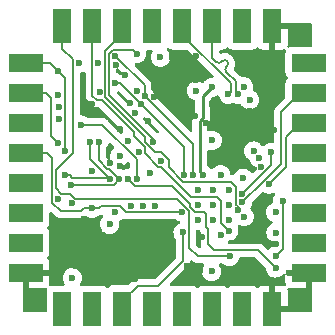
<source format=gbl>
G04 #@! TF.GenerationSoftware,KiCad,Pcbnew,(6.0.7)*
G04 #@! TF.CreationDate,2022-09-17T21:46:44-05:00*
G04 #@! TF.ProjectId,picofusion,7069636f-6675-4736-996f-6e2e6b696361,rev?*
G04 #@! TF.SameCoordinates,Original*
G04 #@! TF.FileFunction,Copper,L4,Bot*
G04 #@! TF.FilePolarity,Positive*
%FSLAX46Y46*%
G04 Gerber Fmt 4.6, Leading zero omitted, Abs format (unit mm)*
G04 Created by KiCad (PCBNEW (6.0.7)) date 2022-09-17 21:46:44*
%MOMM*%
%LPD*%
G01*
G04 APERTURE LIST*
G04 #@! TA.AperFunction,ComponentPad*
%ADD10C,1.350000*%
G04 #@! TD*
G04 #@! TA.AperFunction,SMDPad,CuDef*
%ADD11R,1.600000X3.000000*%
G04 #@! TD*
G04 #@! TA.AperFunction,ComponentPad*
%ADD12O,1.350000X1.350000*%
G04 #@! TD*
G04 #@! TA.AperFunction,SMDPad,CuDef*
%ADD13R,3.000000X1.600000*%
G04 #@! TD*
G04 #@! TA.AperFunction,ComponentPad*
%ADD14C,0.600000*%
G04 #@! TD*
G04 #@! TA.AperFunction,ViaPad*
%ADD15C,0.600000*%
G04 #@! TD*
G04 #@! TA.AperFunction,Conductor*
%ADD16C,0.150000*%
G04 #@! TD*
G04 #@! TA.AperFunction,Conductor*
%ADD17C,0.250000*%
G04 #@! TD*
G04 APERTURE END LIST*
D10*
G04 #@! TO.P,J4,1,Pin_1*
G04 #@! TO.N,+5V*
X151110000Y-52750000D03*
D11*
X151110000Y-52000000D03*
D10*
X151110000Y-51250000D03*
D11*
G04 #@! TO.P,J4,2,Pin_2*
G04 #@! TO.N,/IMU_HEATER*
X153650000Y-52000000D03*
D12*
X153650000Y-52750000D03*
X153650000Y-51250000D03*
G04 #@! TO.P,J4,3,Pin_3*
G04 #@! TO.N,/BUZZER*
X156190000Y-51226000D03*
X156190000Y-52726000D03*
D11*
X156190000Y-51976000D03*
D12*
G04 #@! TO.P,J4,4,Pin_4*
G04 #@! TO.N,/UART0_TX_TELEM*
X158730000Y-51250000D03*
X158730000Y-52750000D03*
D11*
X158730000Y-52000000D03*
D12*
G04 #@! TO.P,J4,5,Pin_5*
G04 #@! TO.N,/UART0_RX_TELEM*
X161270000Y-51250000D03*
D11*
X161270000Y-52000000D03*
D12*
X161270000Y-52750000D03*
D11*
G04 #@! TO.P,J4,6,Pin_6*
G04 #@! TO.N,/UART0_CTS_TELEM*
X163810000Y-52000000D03*
D12*
X163810000Y-51250000D03*
X163810000Y-52750000D03*
G04 #@! TO.P,J4,7,Pin_7*
G04 #@! TO.N,/UART0_RTS_TELEM*
X166350000Y-52750000D03*
D11*
X166350000Y-52000000D03*
D12*
X166350000Y-51250000D03*
G04 #@! TO.P,J4,8,Pin_8*
G04 #@! TO.N,GND*
X168890000Y-52750000D03*
X168890000Y-51250000D03*
D11*
X168890000Y-52000000D03*
G04 #@! TD*
D10*
G04 #@! TO.P,J2,1,Pin_1*
G04 #@! TO.N,/SPI1_SCK_SD*
X171250000Y-31110000D03*
X172750000Y-31110000D03*
D13*
X172000000Y-31110000D03*
G04 #@! TO.P,J2,2,Pin_2*
G04 #@! TO.N,/SPI1_POCI_SD*
X172000000Y-33650000D03*
D12*
X172750000Y-33650000D03*
X171250000Y-33650000D03*
G04 #@! TO.P,J2,3,Pin_3*
G04 #@! TO.N,/SPI1_PICO_SD*
X172774000Y-36190000D03*
X171274000Y-36190000D03*
D13*
X172024000Y-36190000D03*
D12*
G04 #@! TO.P,J2,4,Pin_4*
G04 #@! TO.N,/SPI1_nCS_SD*
X172750000Y-38730000D03*
X171250000Y-38730000D03*
D13*
X172000000Y-38730000D03*
D12*
G04 #@! TO.P,J2,5,Pin_5*
G04 #@! TO.N,/SD_nCD*
X172750000Y-41270000D03*
X171250000Y-41270000D03*
D13*
X172000000Y-41270000D03*
D12*
G04 #@! TO.P,J2,6,Pin_6*
G04 #@! TO.N,/UART1_RX_GNSS*
X172750000Y-43810000D03*
D13*
X172000000Y-43810000D03*
D12*
X171250000Y-43810000D03*
D13*
G04 #@! TO.P,J2,7,Pin_7*
G04 #@! TO.N,/UART1_TX_GNSS*
X172000000Y-46350000D03*
D12*
X172750000Y-46350000D03*
X171250000Y-46350000D03*
D13*
G04 #@! TO.P,J2,8,Pin_8*
G04 #@! TO.N,GND*
X172000000Y-48890000D03*
D12*
X172750000Y-48890000D03*
X171250000Y-48890000D03*
G04 #@! TD*
D13*
G04 #@! TO.P,J3,1,Pin_1*
G04 #@! TO.N,/SDA{slash}SDI*
X148000000Y-31110000D03*
D10*
X147250000Y-31110000D03*
X148750000Y-31110000D03*
D12*
G04 #@! TO.P,J3,2,Pin_2*
G04 #@! TO.N,/SCL{slash}SCK*
X147250000Y-33650000D03*
D13*
X148000000Y-33650000D03*
D12*
X148750000Y-33650000D03*
G04 #@! TO.P,J3,3,Pin_3*
G04 #@! TO.N,/SPI0_POCI*
X148774000Y-36190000D03*
X147274000Y-36190000D03*
D13*
X148024000Y-36190000D03*
D12*
G04 #@! TO.P,J3,4,Pin_4*
G04 #@! TO.N,/NEOPIXEL*
X147250000Y-38730000D03*
X148750000Y-38730000D03*
D13*
X148000000Y-38730000D03*
G04 #@! TO.P,J3,5,Pin_5*
G04 #@! TO.N,+3V3*
X148000000Y-41270000D03*
D12*
X148750000Y-41270000D03*
X147250000Y-41270000D03*
D13*
G04 #@! TO.P,J3,6,Pin_6*
G04 #@! TO.N,/CAN_N*
X148000000Y-43810000D03*
D12*
X148750000Y-43810000D03*
X147250000Y-43810000D03*
G04 #@! TO.P,J3,7,Pin_7*
G04 #@! TO.N,/CAN_P*
X147250000Y-46350000D03*
X148750000Y-46350000D03*
D13*
X148000000Y-46350000D03*
G04 #@! TO.P,J3,8,Pin_8*
G04 #@! TO.N,GND*
X148000000Y-48890000D03*
D12*
X147250000Y-48890000D03*
X148750000Y-48890000D03*
G04 #@! TD*
D10*
G04 #@! TO.P,J1,1,Pin_1*
G04 #@! TO.N,/SWCLK*
X151110000Y-27250000D03*
X151110000Y-28750000D03*
D11*
X151110000Y-28000000D03*
D12*
G04 #@! TO.P,J1,2,Pin_2*
G04 #@! TO.N,/SWDIO*
X153650000Y-28750000D03*
D11*
X153650000Y-28000000D03*
D12*
X153650000Y-27250000D03*
G04 #@! TO.P,J1,3,Pin_3*
G04 #@! TO.N,/RUN*
X156190000Y-27226000D03*
D11*
X156190000Y-27976000D03*
D12*
X156190000Y-28726000D03*
G04 #@! TO.P,J1,4,Pin_4*
G04 #@! TO.N,/BOOTSEL*
X158730000Y-27250000D03*
X158730000Y-28750000D03*
D11*
X158730000Y-28000000D03*
G04 #@! TO.P,J1,5,Pin_5*
G04 #@! TO.N,/USB_DP*
X161270000Y-28000000D03*
D12*
X161270000Y-27250000D03*
X161270000Y-28750000D03*
G04 #@! TO.P,J1,6,Pin_6*
G04 #@! TO.N,/USB_DN*
X163810000Y-28750000D03*
X163810000Y-27250000D03*
D11*
X163810000Y-28000000D03*
G04 #@! TO.P,J1,7,Pin_7*
G04 #@! TO.N,+5V*
X166350000Y-28000000D03*
D12*
X166350000Y-28750000D03*
X166350000Y-27250000D03*
G04 #@! TO.P,J1,8,Pin_8*
G04 #@! TO.N,GND*
X168890000Y-27250000D03*
D11*
X168890000Y-28000000D03*
D12*
X168890000Y-28750000D03*
G04 #@! TD*
D14*
G04 #@! TO.P,U2,57,GND*
G04 #@! TO.N,GND*
X162625000Y-44437500D03*
X165175000Y-44437500D03*
X162625000Y-41887500D03*
X162625000Y-43162500D03*
X163900000Y-43162500D03*
X165175000Y-41887500D03*
X163900000Y-41887500D03*
X163900000Y-44437500D03*
X165175000Y-43162500D03*
G04 #@! TD*
D15*
G04 #@! TO.N,+1V1*
X164500000Y-40589000D03*
X164500000Y-45700000D03*
G04 #@! TO.N,GND*
X159300000Y-46950000D03*
X162915600Y-45847000D03*
X161100000Y-32000000D03*
X169048500Y-36800000D03*
X152900000Y-45110400D03*
X165251860Y-48751063D03*
X156000000Y-39850000D03*
X152900000Y-45875000D03*
X168900000Y-32450000D03*
X158374714Y-36039199D03*
X156025000Y-36700000D03*
X153575000Y-34625000D03*
X162405385Y-30594615D03*
X155637548Y-31296778D03*
X169200000Y-46500000D03*
X168300000Y-33150000D03*
X159450000Y-39450000D03*
X167895385Y-39945385D03*
X150800000Y-35850000D03*
X166300000Y-36900000D03*
X158855351Y-34043149D03*
X157250000Y-49450000D03*
X156800000Y-34575000D03*
X168000000Y-36850000D03*
X156950000Y-43250000D03*
X163750000Y-34625000D03*
X163300000Y-36250000D03*
X156400000Y-32150000D03*
X155111365Y-39588635D03*
X162300000Y-35650000D03*
X152900000Y-44350000D03*
X161615365Y-48293865D03*
X164300000Y-36250000D03*
X167000000Y-36850000D03*
X162750000Y-48798500D03*
X160400000Y-30650000D03*
X150880000Y-49330000D03*
X157950000Y-43243700D03*
X166966500Y-35250000D03*
X151888948Y-43009928D03*
X155800000Y-49500000D03*
X166750000Y-49398500D03*
X162450000Y-32550000D03*
G04 #@! TO.N,+3V3*
X166966500Y-34250000D03*
X154159999Y-31143001D03*
X163800000Y-37700000D03*
X156702677Y-37726728D03*
X166500000Y-44150000D03*
X153645366Y-40254634D03*
X157446584Y-33537355D03*
X167750000Y-39150000D03*
X166400000Y-40900000D03*
X150751500Y-42700000D03*
X167300000Y-38600000D03*
X166450000Y-33150000D03*
X169150000Y-43800000D03*
X150800000Y-34900000D03*
X152550000Y-31150000D03*
X157276800Y-35382200D03*
X159400000Y-30650000D03*
X158500000Y-40450000D03*
X157573500Y-38686655D03*
X163750000Y-48798500D03*
X162450000Y-33500000D03*
X150750000Y-33850000D03*
X151946000Y-49340000D03*
X158950000Y-43243700D03*
X169200000Y-45500000D03*
X154250500Y-33564002D03*
X155950000Y-39050000D03*
G04 #@! TO.N,/RUN*
X165947009Y-43554486D03*
G04 #@! TO.N,+5V*
X163000000Y-40600000D03*
X163750000Y-33200000D03*
X155100000Y-44800000D03*
X155550000Y-43762500D03*
G04 #@! TO.N,/SPI0_nCS*
X156657645Y-40949688D03*
X169150000Y-48500000D03*
G04 #@! TO.N,/NEOPIXEL*
X153650000Y-43450000D03*
X161250000Y-43762500D03*
G04 #@! TO.N,/SPI0_POCI*
X152700000Y-36400000D03*
X157384128Y-40955044D03*
G04 #@! TO.N,/SPI1_nCS_SD*
X168750000Y-38700000D03*
X166337016Y-42200000D03*
G04 #@! TO.N,/SD_nCD*
X169150000Y-47500000D03*
X169750000Y-42800000D03*
G04 #@! TO.N,/USB_DP*
X165163750Y-33801333D03*
G04 #@! TO.N,/USB_DN*
X166013750Y-33801333D03*
G04 #@! TO.N,/SPI0_SCK*
X151866182Y-41446084D03*
X154200000Y-37800000D03*
X155931143Y-40950008D03*
G04 #@! TO.N,/I2C0_SDA*
X155550000Y-32800000D03*
X161414099Y-40589471D03*
X157800000Y-34600000D03*
G04 #@! TO.N,/I2C0_SCL*
X155600000Y-30550000D03*
X158062537Y-33922593D03*
X162140601Y-40589000D03*
G04 #@! TO.N,/BUZZER*
X161318827Y-45497671D03*
G04 #@! TO.N,/SWCLK*
X165268090Y-47522666D03*
G04 #@! TO.N,/SWDIO*
X165200500Y-45350000D03*
G04 #@! TO.N,/SPI0_PICO*
X153458329Y-37815365D03*
X151300000Y-40650000D03*
X155135961Y-40944584D03*
G04 #@! TO.N,/SPI1_POCI_SD*
X166350000Y-42950000D03*
G04 #@! TO.N,/SDA{slash}SDI*
X151300000Y-38606500D03*
X150749500Y-31800000D03*
G04 #@! TO.N,/SCL{slash}SCK*
X150750000Y-37900000D03*
G04 #@! TO.N,/SPI1_PICO_SD*
X168600000Y-41400000D03*
G04 #@! TO.N,/QSPI_nCS*
X157400000Y-30350000D03*
X158750000Y-37800000D03*
G04 #@! TD*
D16*
G04 #@! TO.N,/RUN*
X165375000Y-41200000D02*
X161314692Y-41200000D01*
X154752000Y-34052000D02*
X154752000Y-30164000D01*
X160100000Y-39350000D02*
X159442654Y-38692654D01*
X165947009Y-43256945D02*
X165835016Y-43144952D01*
X158107346Y-37407346D02*
X154752000Y-34052000D01*
X158932718Y-38692654D02*
X158107346Y-37867282D01*
X159442654Y-38692654D02*
X158932718Y-38692654D01*
X161314692Y-41200000D02*
X160100000Y-39985308D01*
X165947009Y-43554486D02*
X165947009Y-43256945D01*
X165835016Y-43144952D02*
X165835016Y-41660016D01*
X165835016Y-41660016D02*
X165375000Y-41200000D01*
X154752000Y-30164000D02*
X156190000Y-28726000D01*
X158107346Y-37867282D02*
X158107346Y-37407346D01*
X160100000Y-39985308D02*
X160100000Y-39350000D01*
D17*
G04 #@! TO.N,+5V*
X163000000Y-33950000D02*
X163000000Y-35769354D01*
X163000000Y-35769354D02*
X162748000Y-36021354D01*
X162748000Y-40348000D02*
X163000000Y-40600000D01*
X163750000Y-33200000D02*
X163000000Y-33950000D01*
X162748000Y-36021354D02*
X162748000Y-40348000D01*
D16*
G04 #@! TO.N,/SPI0_nCS*
X157229457Y-41521500D02*
X160371500Y-41521500D01*
X163417600Y-46467600D02*
X163970666Y-47020666D01*
X160371500Y-41521500D02*
X161900000Y-43050000D01*
X163250000Y-45050000D02*
X163417600Y-45217600D01*
X167670666Y-47020666D02*
X169150000Y-48500000D01*
X161900000Y-43050000D02*
X161900000Y-43300000D01*
X163100000Y-43750000D02*
X163250000Y-43900000D01*
X163417600Y-45217600D02*
X163417600Y-46467600D01*
X162350000Y-43750000D02*
X163100000Y-43750000D01*
X163970666Y-47020666D02*
X167670666Y-47020666D01*
X161900000Y-43300000D02*
X162350000Y-43750000D01*
X156657645Y-40949688D02*
X157229457Y-41521500D01*
X163250000Y-43900000D02*
X163250000Y-45050000D01*
G04 #@! TO.N,/NEOPIXEL*
X156010500Y-43260500D02*
X154410500Y-43260500D01*
X156512500Y-43762500D02*
X156010500Y-43260500D01*
X161250000Y-43762500D02*
X156512500Y-43762500D01*
X148000000Y-38730000D02*
X149780000Y-38730000D01*
X149780000Y-38730000D02*
X150250000Y-39200000D01*
X153650000Y-43450000D02*
X154221000Y-43450000D01*
X150250000Y-43000000D02*
X150950000Y-43700000D01*
X154221000Y-43450000D02*
X154410500Y-43260500D01*
X152645070Y-43700000D02*
X152895070Y-43450000D01*
X152895070Y-43450000D02*
X153650000Y-43450000D01*
X150250000Y-39200000D02*
X150250000Y-43000000D01*
X150950000Y-43700000D02*
X152645070Y-43700000D01*
G04 #@! TO.N,/SPI0_POCI*
X157384128Y-39284128D02*
X154500000Y-36400000D01*
X154500000Y-36400000D02*
X152700000Y-36400000D01*
X157384128Y-40955044D02*
X157384128Y-39284128D01*
G04 #@! TO.N,/SPI1_nCS_SD*
X166350000Y-42200000D02*
X168750000Y-39800000D01*
X168750000Y-39800000D02*
X168750000Y-38700000D01*
X166337016Y-42200000D02*
X166350000Y-42200000D01*
G04 #@! TO.N,/SD_nCD*
X169750000Y-46900000D02*
X169750000Y-42800000D01*
X169150000Y-47500000D02*
X169750000Y-46900000D01*
G04 #@! TO.N,/USB_DP*
X165163750Y-33801333D02*
X165388750Y-33576333D01*
X165388750Y-33576333D02*
X165388750Y-32868750D01*
X165388750Y-32868750D02*
X161270000Y-28750000D01*
G04 #@! TO.N,/USB_DN*
X165788750Y-32703064D02*
X165788750Y-33576333D01*
X165062590Y-31410203D02*
X164991370Y-31481420D01*
X163810000Y-30724314D02*
X164142843Y-31057157D01*
X165788750Y-33576333D02*
X166013750Y-33801333D01*
X163810000Y-28750000D02*
X163810000Y-30724314D01*
X164991370Y-31905684D02*
X164991371Y-31905685D01*
X164567108Y-31057156D02*
X164567107Y-31057157D01*
X164991371Y-31905685D02*
X165788750Y-32703064D01*
X164567107Y-31057157D02*
X164638326Y-30985939D01*
X165062589Y-31410204D02*
X165062590Y-31410203D01*
X164567133Y-31057181D02*
G75*
G02*
X164142843Y-31057157I-212133J212181D01*
G01*
X164991322Y-31905732D02*
G75*
G02*
X164991370Y-31481420I212178J212132D01*
G01*
X165062589Y-30985940D02*
G75*
G03*
X164638327Y-30985940I-212131J-212131D01*
G01*
X165062617Y-31410232D02*
G75*
G03*
X165062589Y-30985940I-212117J212132D01*
G01*
G04 #@! TO.N,/SPI0_SCK*
X155931143Y-40950008D02*
X155435067Y-41446084D01*
X155931143Y-40950008D02*
X155071770Y-40090635D01*
X155071770Y-40090635D02*
X154903429Y-40090635D01*
X155435067Y-41446084D02*
X151866182Y-41446084D01*
X154903429Y-40090635D02*
X154200000Y-39387206D01*
X154200000Y-39387206D02*
X154200000Y-37800000D01*
G04 #@! TO.N,/I2C0_SDA*
X161425000Y-40578570D02*
X161414099Y-40589471D01*
X157800000Y-34600000D02*
X161425000Y-38225000D01*
X161425000Y-38225000D02*
X161425000Y-40578570D01*
X157800000Y-34600000D02*
X156000000Y-32800000D01*
X156000000Y-32800000D02*
X155550000Y-32800000D01*
G04 #@! TO.N,/I2C0_SCL*
X158062537Y-33922593D02*
X158062537Y-33959565D01*
X158062537Y-33012537D02*
X155600000Y-30550000D01*
X158062537Y-33922593D02*
X158062537Y-33012537D01*
X162125000Y-40573399D02*
X162140601Y-40589000D01*
X158062537Y-33959565D02*
X162125000Y-38022028D01*
X162125000Y-38022028D02*
X162125000Y-40573399D01*
G04 #@! TO.N,/BUZZER*
X159200000Y-50000000D02*
X157479000Y-50000000D01*
X161318827Y-47881173D02*
X159200000Y-50000000D01*
X157479000Y-50000000D02*
X156253000Y-51226000D01*
X161318827Y-45497671D02*
X161318827Y-47881173D01*
G04 #@! TO.N,/SWCLK*
X151110000Y-28750000D02*
X151110000Y-29960000D01*
X152000000Y-38725000D02*
X150527000Y-40198000D01*
X151110000Y-29960000D02*
X152000000Y-30850000D01*
X151000000Y-42200000D02*
X151788956Y-42200000D01*
X150527000Y-41727000D02*
X151000000Y-42200000D01*
X161850000Y-46813400D02*
X162559266Y-47522666D01*
X162559266Y-47522666D02*
X165268090Y-47522666D01*
X152000000Y-30850000D02*
X152000000Y-38725000D01*
X150527000Y-40198000D02*
X150527000Y-41727000D01*
X161850000Y-43650000D02*
X161850000Y-46813400D01*
X151788956Y-42200000D02*
X152212556Y-42623600D01*
X160823600Y-42623600D02*
X161850000Y-43650000D01*
X152212556Y-42623600D02*
X160823600Y-42623600D01*
G04 #@! TO.N,/SWDIO*
X154025000Y-34275000D02*
X153650000Y-33900000D01*
X154450000Y-34275000D02*
X154025000Y-34275000D01*
X162000000Y-42500000D02*
X159452000Y-39952000D01*
X159242064Y-39952000D02*
X158075000Y-38784936D01*
X158075000Y-38226674D02*
X157150000Y-37301674D01*
X157150000Y-36975000D02*
X154450000Y-34275000D01*
X158075000Y-38784936D02*
X158075000Y-38226674D01*
X164550000Y-42850000D02*
X164200000Y-42500000D01*
X157150000Y-37301674D02*
X157150000Y-36975000D01*
X164200000Y-42500000D02*
X162000000Y-42500000D01*
X164550000Y-44699500D02*
X164550000Y-42850000D01*
X153650000Y-33900000D02*
X153650000Y-28750000D01*
X159452000Y-39952000D02*
X159242064Y-39952000D01*
X165200500Y-45350000D02*
X164550000Y-44699500D01*
G04 #@! TO.N,/SPI0_PICO*
X155135961Y-40944584D02*
X155065026Y-40873649D01*
X155065026Y-40873649D02*
X151948649Y-40873649D01*
X153458329Y-39266952D02*
X153458329Y-37815365D01*
X155135961Y-40944584D02*
X153458329Y-39266952D01*
X151725000Y-40650000D02*
X151300000Y-40650000D01*
X151948649Y-40873649D02*
X151725000Y-40650000D01*
G04 #@! TO.N,/SPI1_POCI_SD*
X169600000Y-35300000D02*
X171250000Y-33650000D01*
X168098000Y-41202000D02*
X168098000Y-41192064D01*
X166350000Y-42950000D02*
X168098000Y-41202000D01*
X168098000Y-41192064D02*
X169600000Y-39690064D01*
X169600000Y-39690064D02*
X169600000Y-35300000D01*
G04 #@! TO.N,/SDA{slash}SDI*
X151300000Y-38054000D02*
X151352000Y-38002000D01*
X150059500Y-31110000D02*
X150749500Y-31800000D01*
X148000000Y-31110000D02*
X150059500Y-31110000D01*
X151352000Y-38002000D02*
X151352000Y-32402500D01*
X151352000Y-32402500D02*
X150749500Y-31800000D01*
X151300000Y-38606500D02*
X151300000Y-38054000D01*
G04 #@! TO.N,/SCL{slash}SCK*
X150150000Y-37300000D02*
X150150000Y-34100000D01*
X150750000Y-37900000D02*
X150150000Y-37300000D01*
X149700000Y-33650000D02*
X148750000Y-33650000D01*
X150150000Y-34100000D02*
X149700000Y-33650000D01*
G04 #@! TO.N,/SPI1_PICO_SD*
X170050000Y-37414000D02*
X171274000Y-36190000D01*
X170050000Y-39950000D02*
X170050000Y-37414000D01*
X168600000Y-41400000D02*
X170050000Y-39950000D01*
G04 #@! TO.N,/QSPI_nCS*
X157098000Y-30048000D02*
X157400000Y-30350000D01*
X158750000Y-37800000D02*
X158750000Y-37565336D01*
X155048000Y-30352000D02*
X155352000Y-30048000D01*
X155352000Y-30048000D02*
X157098000Y-30048000D01*
X158750000Y-37565336D02*
X155048000Y-33863336D01*
X155048000Y-33863336D02*
X155048000Y-30352000D01*
G04 #@! TD*
G04 #@! TA.AperFunction,Conductor*
G04 #@! TO.N,GND*
G36*
X150217012Y-43792660D02*
G01*
X150223590Y-43798783D01*
X150384492Y-43959686D01*
X150504525Y-44079719D01*
X150515391Y-44092110D01*
X150528814Y-44109604D01*
X150528817Y-44109607D01*
X150533843Y-44116157D01*
X150540393Y-44121183D01*
X150540394Y-44121184D01*
X150564443Y-44139637D01*
X150564445Y-44139639D01*
X150655732Y-44209686D01*
X150693025Y-44225133D01*
X150797676Y-44268481D01*
X150911756Y-44283500D01*
X150941811Y-44287457D01*
X150941812Y-44287457D01*
X150950000Y-44288535D01*
X150958188Y-44287457D01*
X150959533Y-44287280D01*
X150980056Y-44284578D01*
X150996503Y-44283500D01*
X152598567Y-44283500D01*
X152615014Y-44284578D01*
X152645070Y-44288535D01*
X152653258Y-44287457D01*
X152654603Y-44287280D01*
X152683314Y-44283500D01*
X152797394Y-44268481D01*
X152939337Y-44209686D01*
X153050221Y-44124602D01*
X153116442Y-44099002D01*
X153185990Y-44113267D01*
X153195918Y-44119133D01*
X153256736Y-44158931D01*
X153283159Y-44176222D01*
X153289763Y-44178678D01*
X153289765Y-44178679D01*
X153446558Y-44236990D01*
X153446560Y-44236990D01*
X153453168Y-44239448D01*
X153536995Y-44250633D01*
X153625980Y-44262507D01*
X153625984Y-44262507D01*
X153632961Y-44263438D01*
X153639972Y-44262800D01*
X153639976Y-44262800D01*
X153782459Y-44249832D01*
X153813600Y-44246998D01*
X153820302Y-44244820D01*
X153820304Y-44244820D01*
X153979409Y-44193124D01*
X153979412Y-44193123D01*
X153986108Y-44190947D01*
X154141912Y-44098069D01*
X154147011Y-44093214D01*
X154147018Y-44093208D01*
X154172035Y-44069384D01*
X154235159Y-44036891D01*
X154242481Y-44035707D01*
X154259245Y-44033500D01*
X154296763Y-44028561D01*
X154373324Y-44018481D01*
X154411346Y-44002732D01*
X154481934Y-43995143D01*
X154545421Y-44026922D01*
X154581649Y-44087980D01*
X154579115Y-44158931D01*
X154547721Y-44209164D01*
X154474663Y-44280708D01*
X154469493Y-44285771D01*
X154371235Y-44438238D01*
X154368826Y-44444858D01*
X154368824Y-44444861D01*
X154316199Y-44589448D01*
X154309197Y-44608685D01*
X154286463Y-44788640D01*
X154304163Y-44969160D01*
X154361418Y-45141273D01*
X154365065Y-45147295D01*
X154365066Y-45147297D01*
X154427201Y-45249894D01*
X154455380Y-45296424D01*
X154460269Y-45301487D01*
X154460270Y-45301488D01*
X154501582Y-45344267D01*
X154581382Y-45426902D01*
X154600915Y-45439684D01*
X154686445Y-45495653D01*
X154733159Y-45526222D01*
X154739763Y-45528678D01*
X154739765Y-45528679D01*
X154896558Y-45586990D01*
X154896560Y-45586990D01*
X154903168Y-45589448D01*
X154986995Y-45600633D01*
X155075980Y-45612507D01*
X155075984Y-45612507D01*
X155082961Y-45613438D01*
X155089972Y-45612800D01*
X155089976Y-45612800D01*
X155232459Y-45599832D01*
X155263600Y-45596998D01*
X155270302Y-45594820D01*
X155270304Y-45594820D01*
X155429409Y-45543124D01*
X155429412Y-45543123D01*
X155436108Y-45540947D01*
X155591912Y-45448069D01*
X155723266Y-45322982D01*
X155823643Y-45171902D01*
X155881058Y-45020758D01*
X155885555Y-45008920D01*
X155885556Y-45008918D01*
X155888055Y-45002338D01*
X155889669Y-44990857D01*
X155912748Y-44826639D01*
X155912748Y-44826636D01*
X155913299Y-44822717D01*
X155913616Y-44800000D01*
X155896390Y-44646424D01*
X155894182Y-44626741D01*
X155894181Y-44626739D01*
X155893397Y-44619745D01*
X155891081Y-44613096D01*
X155889520Y-44606224D01*
X155891850Y-44605695D01*
X155888884Y-44545995D01*
X155924257Y-44484438D01*
X155946872Y-44467224D01*
X156041912Y-44410569D01*
X156137258Y-44319772D01*
X156200383Y-44287280D01*
X156272369Y-44294610D01*
X156352543Y-44327820D01*
X156352548Y-44327821D01*
X156360176Y-44330981D01*
X156474256Y-44346000D01*
X156474258Y-44346000D01*
X156512500Y-44351035D01*
X156520688Y-44349957D01*
X156542556Y-44347078D01*
X156559003Y-44346000D01*
X160635985Y-44346000D01*
X160704106Y-44366002D01*
X160721026Y-44379882D01*
X160721059Y-44379843D01*
X160726488Y-44384334D01*
X160731382Y-44389402D01*
X160737278Y-44393260D01*
X160850304Y-44467222D01*
X160883159Y-44488722D01*
X160889763Y-44491178D01*
X160889765Y-44491179D01*
X160977080Y-44523651D01*
X161033956Y-44566143D01*
X161058830Y-44632640D01*
X161043805Y-44702028D01*
X160993651Y-44752278D01*
X160985323Y-44755943D01*
X160985452Y-44756218D01*
X160979078Y-44759218D01*
X160972406Y-44761489D01*
X160928273Y-44788640D01*
X160823922Y-44852837D01*
X160823919Y-44852839D01*
X160817915Y-44856533D01*
X160812880Y-44861464D01*
X160812877Y-44861466D01*
X160709698Y-44962507D01*
X160688320Y-44983442D01*
X160590062Y-45135909D01*
X160587653Y-45142529D01*
X160587651Y-45142532D01*
X160531639Y-45296424D01*
X160528024Y-45306356D01*
X160505290Y-45486311D01*
X160522990Y-45666831D01*
X160580245Y-45838944D01*
X160583892Y-45844966D01*
X160583893Y-45844968D01*
X160670557Y-45988069D01*
X160670560Y-45988072D01*
X160674207Y-45994095D01*
X160699965Y-46020768D01*
X160732896Y-46083662D01*
X160735327Y-46108293D01*
X160735327Y-47587290D01*
X160715325Y-47655411D01*
X160698422Y-47676385D01*
X158995212Y-49379595D01*
X158932900Y-49413621D01*
X158906117Y-49416500D01*
X157525503Y-49416500D01*
X157509056Y-49415422D01*
X157487188Y-49412543D01*
X157479000Y-49411465D01*
X157326676Y-49431519D01*
X157184733Y-49490314D01*
X157093446Y-49560360D01*
X157093443Y-49560363D01*
X157062843Y-49583843D01*
X157044388Y-49607894D01*
X157033521Y-49620285D01*
X156723211Y-49930595D01*
X156660899Y-49964621D01*
X156634116Y-49967500D01*
X155341866Y-49967500D01*
X155279684Y-49974255D01*
X155143295Y-50025385D01*
X155026739Y-50112739D01*
X155021359Y-50119918D01*
X155011390Y-50133219D01*
X154954530Y-50175733D01*
X154883711Y-50180757D01*
X154821470Y-50146747D01*
X154818642Y-50143919D01*
X154813261Y-50136739D01*
X154696705Y-50049385D01*
X154560316Y-49998255D01*
X154498134Y-49991500D01*
X152801866Y-49991500D01*
X152798469Y-49991869D01*
X152747535Y-49997402D01*
X152747534Y-49997402D01*
X152739684Y-49998255D01*
X152738032Y-49998874D01*
X152669848Y-49995313D01*
X152612205Y-49953867D01*
X152586120Y-49887835D01*
X152599875Y-49818184D01*
X152606645Y-49806722D01*
X152669643Y-49711902D01*
X152734055Y-49542338D01*
X152735035Y-49535366D01*
X152758748Y-49366639D01*
X152758748Y-49366636D01*
X152759299Y-49362717D01*
X152759616Y-49340000D01*
X152739397Y-49159745D01*
X152737080Y-49153091D01*
X152682064Y-48995106D01*
X152682062Y-48995103D01*
X152679745Y-48988448D01*
X152583626Y-48834624D01*
X152574207Y-48825139D01*
X152460778Y-48710915D01*
X152460774Y-48710912D01*
X152455815Y-48705918D01*
X152444697Y-48698862D01*
X152363583Y-48647386D01*
X152302666Y-48608727D01*
X152273463Y-48598328D01*
X152138425Y-48550243D01*
X152138420Y-48550242D01*
X152131790Y-48547881D01*
X152124802Y-48547048D01*
X152124799Y-48547047D01*
X152001698Y-48532368D01*
X151951680Y-48526404D01*
X151944677Y-48527140D01*
X151944676Y-48527140D01*
X151778288Y-48544628D01*
X151778286Y-48544629D01*
X151771288Y-48545364D01*
X151599579Y-48603818D01*
X151569290Y-48622452D01*
X151451095Y-48695166D01*
X151451092Y-48695168D01*
X151445088Y-48698862D01*
X151440053Y-48703793D01*
X151440050Y-48703795D01*
X151343341Y-48798500D01*
X151315493Y-48825771D01*
X151217235Y-48978238D01*
X151214826Y-48984858D01*
X151214824Y-48984861D01*
X151170273Y-49107265D01*
X151155197Y-49148685D01*
X151132463Y-49328640D01*
X151150163Y-49509160D01*
X151207418Y-49681273D01*
X151211065Y-49687295D01*
X151211066Y-49687297D01*
X151225967Y-49711902D01*
X151274690Y-49792352D01*
X151279460Y-49800229D01*
X151297639Y-49868858D01*
X151275829Y-49936422D01*
X151220953Y-49981468D01*
X151171684Y-49991500D01*
X150261866Y-49991500D01*
X150199684Y-49998255D01*
X150192288Y-50001027D01*
X150192282Y-50001029D01*
X150141909Y-50019913D01*
X150071101Y-50025096D01*
X150008733Y-49991174D01*
X149974604Y-49928919D01*
X149979698Y-49857701D01*
X149998478Y-49807605D01*
X150002105Y-49792351D01*
X150007631Y-49741486D01*
X150008000Y-49734672D01*
X150008000Y-49162115D01*
X150003525Y-49146876D01*
X150002135Y-49145671D01*
X149994452Y-49144000D01*
X148272115Y-49144000D01*
X148256876Y-49148475D01*
X148255671Y-49149865D01*
X148254000Y-49157548D01*
X148254000Y-50179885D01*
X148258475Y-50195124D01*
X148259865Y-50196329D01*
X148267548Y-50198000D01*
X149544669Y-50197999D01*
X149551490Y-50197629D01*
X149602352Y-50192105D01*
X149617603Y-50188479D01*
X149667701Y-50169698D01*
X149738508Y-50164515D01*
X149800877Y-50198435D01*
X149835006Y-50260690D01*
X149829913Y-50331909D01*
X149811029Y-50382282D01*
X149811027Y-50382288D01*
X149808255Y-50389684D01*
X149801500Y-50451866D01*
X149801500Y-52115500D01*
X149781498Y-52183621D01*
X149727842Y-52230114D01*
X149675500Y-52241500D01*
X147884500Y-52241500D01*
X147816379Y-52221498D01*
X147769886Y-52167842D01*
X147758500Y-52115500D01*
X147758500Y-48762000D01*
X147778502Y-48693879D01*
X147832158Y-48647386D01*
X147884500Y-48636000D01*
X149989884Y-48636000D01*
X150005123Y-48631525D01*
X150006328Y-48630135D01*
X150007999Y-48622452D01*
X150007999Y-48045331D01*
X150007629Y-48038510D01*
X150002105Y-47987648D01*
X149998479Y-47972396D01*
X149953324Y-47851946D01*
X149944786Y-47836351D01*
X149868285Y-47734276D01*
X149855725Y-47721716D01*
X149854950Y-47721135D01*
X149854375Y-47720366D01*
X149849374Y-47715365D01*
X149850096Y-47714643D01*
X149812438Y-47664274D01*
X149807416Y-47593455D01*
X149841478Y-47531163D01*
X149854955Y-47519486D01*
X149856081Y-47518642D01*
X149863261Y-47513261D01*
X149950615Y-47396705D01*
X150001745Y-47260316D01*
X150008500Y-47198134D01*
X150008500Y-45501866D01*
X150001745Y-45439684D01*
X149950615Y-45303295D01*
X149863261Y-45186739D01*
X149855372Y-45180826D01*
X149854845Y-45180122D01*
X149849731Y-45175008D01*
X149850469Y-45174270D01*
X149812857Y-45123969D01*
X149807830Y-45053151D01*
X149841888Y-44990857D01*
X149855367Y-44979177D01*
X149863261Y-44973261D01*
X149950615Y-44856705D01*
X150001745Y-44720316D01*
X150008500Y-44658134D01*
X150008500Y-43887884D01*
X150028502Y-43819763D01*
X150082158Y-43773270D01*
X150152432Y-43763166D01*
X150217012Y-43792660D01*
G37*
G04 #@! TD.AperFunction*
G04 #@! TA.AperFunction,Conductor*
G36*
X167444904Y-47624168D02*
G01*
X167465878Y-47641071D01*
X168307063Y-48482256D01*
X168341089Y-48544568D01*
X168343367Y-48559055D01*
X168347756Y-48603818D01*
X168354163Y-48669160D01*
X168411418Y-48841273D01*
X168415065Y-48847295D01*
X168415066Y-48847297D01*
X168500550Y-48988448D01*
X168505380Y-48996424D01*
X168510269Y-49001487D01*
X168510270Y-49001488D01*
X168531483Y-49023454D01*
X168631382Y-49126902D01*
X168783159Y-49226222D01*
X168789763Y-49228678D01*
X168789765Y-49228679D01*
X168946558Y-49286990D01*
X168946560Y-49286990D01*
X168953168Y-49289448D01*
X169032160Y-49299988D01*
X169125980Y-49312507D01*
X169125984Y-49312507D01*
X169132961Y-49313438D01*
X169139972Y-49312800D01*
X169139976Y-49312800D01*
X169282459Y-49299832D01*
X169313600Y-49296998D01*
X169320302Y-49294820D01*
X169320304Y-49294820D01*
X169479409Y-49243124D01*
X169479412Y-49243123D01*
X169486108Y-49240947D01*
X169582513Y-49183478D01*
X169635860Y-49151677D01*
X169635862Y-49151676D01*
X169641912Y-49148069D01*
X169773266Y-49022982D01*
X169773716Y-49023454D01*
X169828593Y-48986946D01*
X169899580Y-48985822D01*
X169959907Y-49023255D01*
X169990419Y-49087360D01*
X169992001Y-49107265D01*
X169992001Y-49734669D01*
X169992371Y-49741490D01*
X169997895Y-49792352D01*
X170001521Y-49807603D01*
X170020535Y-49858323D01*
X170025718Y-49929130D01*
X169991797Y-49991499D01*
X169929542Y-50025629D01*
X169858323Y-50020535D01*
X169807606Y-50001522D01*
X169792351Y-49997895D01*
X169741486Y-49992369D01*
X169734672Y-49992000D01*
X169162115Y-49992000D01*
X169146876Y-49996475D01*
X169145671Y-49997865D01*
X169144000Y-50005548D01*
X169144000Y-51727885D01*
X169148475Y-51743124D01*
X169149865Y-51744329D01*
X169157548Y-51746000D01*
X170179885Y-51746000D01*
X170195124Y-51741525D01*
X170196329Y-51740135D01*
X170198000Y-51732452D01*
X170197999Y-50455331D01*
X170197629Y-50448510D01*
X170192105Y-50397648D01*
X170188479Y-50382397D01*
X170169465Y-50331677D01*
X170164282Y-50260870D01*
X170198203Y-50198501D01*
X170260458Y-50164371D01*
X170331677Y-50169465D01*
X170382394Y-50188478D01*
X170397649Y-50192105D01*
X170448514Y-50197631D01*
X170455328Y-50198000D01*
X171727885Y-50197999D01*
X171743124Y-50193524D01*
X171744329Y-50192134D01*
X171746000Y-50184451D01*
X171746000Y-49162115D01*
X171741525Y-49146876D01*
X171740135Y-49145671D01*
X171732452Y-49144000D01*
X170153000Y-49144000D01*
X170084879Y-49123998D01*
X170038386Y-49070342D01*
X170027000Y-49018000D01*
X170027000Y-48762000D01*
X170047002Y-48693879D01*
X170100658Y-48647386D01*
X170153000Y-48636000D01*
X172115500Y-48636000D01*
X172183621Y-48656002D01*
X172230114Y-48709658D01*
X172241500Y-48762000D01*
X172241500Y-52115500D01*
X172221498Y-52183621D01*
X172167842Y-52230114D01*
X172115500Y-52241500D01*
X168762000Y-52241500D01*
X168693879Y-52221498D01*
X168647386Y-52167842D01*
X168636000Y-52115500D01*
X168636000Y-50010116D01*
X168631525Y-49994877D01*
X168630135Y-49993672D01*
X168622452Y-49992001D01*
X168045331Y-49992001D01*
X168038510Y-49992371D01*
X167987648Y-49997895D01*
X167972396Y-50001521D01*
X167851946Y-50046676D01*
X167836351Y-50055214D01*
X167734276Y-50131715D01*
X167721716Y-50144275D01*
X167721135Y-50145050D01*
X167720366Y-50145625D01*
X167715365Y-50150626D01*
X167714643Y-50149904D01*
X167664274Y-50187562D01*
X167593455Y-50192584D01*
X167531163Y-50158522D01*
X167519486Y-50145045D01*
X167518642Y-50143919D01*
X167513261Y-50136739D01*
X167396705Y-50049385D01*
X167260316Y-49998255D01*
X167198134Y-49991500D01*
X165501866Y-49991500D01*
X165439684Y-49998255D01*
X165303295Y-50049385D01*
X165186739Y-50136739D01*
X165180826Y-50144628D01*
X165180122Y-50145155D01*
X165175008Y-50150269D01*
X165174270Y-50149531D01*
X165123969Y-50187143D01*
X165053151Y-50192170D01*
X164990857Y-50158112D01*
X164979177Y-50144633D01*
X164973261Y-50136739D01*
X164856705Y-50049385D01*
X164720316Y-49998255D01*
X164658134Y-49991500D01*
X162961866Y-49991500D01*
X162899684Y-49998255D01*
X162763295Y-50049385D01*
X162646739Y-50136739D01*
X162640826Y-50144628D01*
X162640122Y-50145155D01*
X162635008Y-50150269D01*
X162634270Y-50149531D01*
X162583969Y-50187143D01*
X162513151Y-50192170D01*
X162450857Y-50158112D01*
X162439177Y-50144633D01*
X162433261Y-50136739D01*
X162316705Y-50049385D01*
X162180316Y-49998255D01*
X162118134Y-49991500D01*
X160421866Y-49991500D01*
X160418469Y-49991869D01*
X160367534Y-49997402D01*
X160367532Y-49997402D01*
X160359684Y-49998255D01*
X160353889Y-50000428D01*
X160283745Y-49996766D01*
X160226101Y-49955321D01*
X160200015Y-49889290D01*
X160213769Y-49819639D01*
X160236403Y-49788790D01*
X161698534Y-48326659D01*
X161710925Y-48315791D01*
X161728438Y-48302353D01*
X161734984Y-48297330D01*
X161745005Y-48284271D01*
X161775115Y-48245030D01*
X161828513Y-48175440D01*
X161887308Y-48033497D01*
X161895560Y-47970819D01*
X161924283Y-47905892D01*
X161983548Y-47866801D01*
X162054540Y-47865956D01*
X162109577Y-47898171D01*
X162113787Y-47902381D01*
X162124654Y-47914772D01*
X162143109Y-47938823D01*
X162173709Y-47962303D01*
X162173712Y-47962306D01*
X162264999Y-48032352D01*
X162406942Y-48091147D01*
X162559266Y-48111201D01*
X162589324Y-48107244D01*
X162605769Y-48106166D01*
X163003174Y-48106166D01*
X163071295Y-48126168D01*
X163117788Y-48179824D01*
X163127892Y-48250098D01*
X163109087Y-48300418D01*
X163021235Y-48436738D01*
X163018826Y-48443358D01*
X163018824Y-48443361D01*
X162980872Y-48547633D01*
X162959197Y-48607185D01*
X162936463Y-48787140D01*
X162954163Y-48967660D01*
X163011418Y-49139773D01*
X163015065Y-49145795D01*
X163015066Y-49145797D01*
X163072691Y-49240947D01*
X163105380Y-49294924D01*
X163231382Y-49425402D01*
X163240730Y-49431519D01*
X163359378Y-49509160D01*
X163383159Y-49524722D01*
X163389763Y-49527178D01*
X163389765Y-49527179D01*
X163546558Y-49585490D01*
X163546560Y-49585490D01*
X163553168Y-49587948D01*
X163636995Y-49599133D01*
X163725980Y-49611007D01*
X163725984Y-49611007D01*
X163732961Y-49611938D01*
X163739972Y-49611300D01*
X163739976Y-49611300D01*
X163882459Y-49598332D01*
X163913600Y-49595498D01*
X163920302Y-49593320D01*
X163920304Y-49593320D01*
X164079409Y-49541624D01*
X164079412Y-49541623D01*
X164086108Y-49539447D01*
X164241912Y-49446569D01*
X164373266Y-49321482D01*
X164473643Y-49170402D01*
X164529464Y-49023454D01*
X164535555Y-49007420D01*
X164535556Y-49007418D01*
X164538055Y-49000838D01*
X164539796Y-48988448D01*
X164562748Y-48825139D01*
X164562748Y-48825136D01*
X164563299Y-48821217D01*
X164563616Y-48798500D01*
X164543397Y-48618245D01*
X164541080Y-48611591D01*
X164486064Y-48453606D01*
X164486062Y-48453603D01*
X164483745Y-48446948D01*
X164391257Y-48298935D01*
X164372121Y-48230566D01*
X164392987Y-48162705D01*
X164447228Y-48116897D01*
X164498111Y-48106166D01*
X164654075Y-48106166D01*
X164722196Y-48126168D01*
X164739116Y-48140048D01*
X164739149Y-48140009D01*
X164744578Y-48144500D01*
X164749472Y-48149568D01*
X164901249Y-48248888D01*
X164907853Y-48251344D01*
X164907855Y-48251345D01*
X165064648Y-48309656D01*
X165064650Y-48309656D01*
X165071258Y-48312114D01*
X165155085Y-48323299D01*
X165244070Y-48335173D01*
X165244074Y-48335173D01*
X165251051Y-48336104D01*
X165258062Y-48335466D01*
X165258066Y-48335466D01*
X165400549Y-48322498D01*
X165431690Y-48319664D01*
X165438392Y-48317486D01*
X165438394Y-48317486D01*
X165597499Y-48265790D01*
X165597502Y-48265789D01*
X165604198Y-48263613D01*
X165744755Y-48179824D01*
X165753950Y-48174343D01*
X165753952Y-48174342D01*
X165760002Y-48170735D01*
X165891356Y-48045648D01*
X165991733Y-47894568D01*
X166056145Y-47725004D01*
X166057884Y-47712631D01*
X166087172Y-47647957D01*
X166146776Y-47609383D01*
X166182658Y-47604166D01*
X167376783Y-47604166D01*
X167444904Y-47624168D01*
G37*
G04 #@! TD.AperFunction*
G04 #@! TA.AperFunction,Conductor*
G36*
X168152324Y-42077035D02*
G01*
X168177285Y-42089659D01*
X168202251Y-42105996D01*
X168233159Y-42126222D01*
X168239763Y-42128678D01*
X168239765Y-42128679D01*
X168396558Y-42186990D01*
X168396560Y-42186990D01*
X168403168Y-42189448D01*
X168486995Y-42200633D01*
X168575980Y-42212507D01*
X168575984Y-42212507D01*
X168582961Y-42213438D01*
X168589972Y-42212800D01*
X168589976Y-42212800D01*
X168732459Y-42199832D01*
X168763600Y-42196998D01*
X168770302Y-42194820D01*
X168770304Y-42194820D01*
X168849854Y-42168972D01*
X168936108Y-42140947D01*
X168939337Y-42139022D01*
X169008348Y-42129277D01*
X169072854Y-42158933D01*
X169111087Y-42218755D01*
X169110908Y-42289752D01*
X169096015Y-42322202D01*
X169021235Y-42438238D01*
X168959197Y-42608685D01*
X168936463Y-42788640D01*
X168937151Y-42795653D01*
X168948535Y-42911764D01*
X168935275Y-42981511D01*
X168886412Y-43033018D01*
X168863742Y-43043337D01*
X168803579Y-43063818D01*
X168741109Y-43102250D01*
X168655095Y-43155166D01*
X168655092Y-43155168D01*
X168649088Y-43158862D01*
X168644053Y-43163793D01*
X168644050Y-43163795D01*
X168641288Y-43166500D01*
X168519493Y-43285771D01*
X168421235Y-43438238D01*
X168418826Y-43444858D01*
X168418824Y-43444861D01*
X168380712Y-43549573D01*
X168359197Y-43608685D01*
X168336463Y-43788640D01*
X168354163Y-43969160D01*
X168411418Y-44141273D01*
X168415065Y-44147295D01*
X168415066Y-44147297D01*
X168485017Y-44262800D01*
X168505380Y-44296424D01*
X168510269Y-44301487D01*
X168510270Y-44301488D01*
X168559376Y-44352338D01*
X168631382Y-44426902D01*
X168783159Y-44526222D01*
X168789763Y-44528678D01*
X168789765Y-44528679D01*
X168825614Y-44542011D01*
X168882490Y-44584503D01*
X168907364Y-44651000D01*
X168892339Y-44720388D01*
X168847716Y-44767425D01*
X168705095Y-44855166D01*
X168705092Y-44855168D01*
X168699088Y-44858862D01*
X168694053Y-44863793D01*
X168694050Y-44863795D01*
X168574525Y-44980843D01*
X168569493Y-44985771D01*
X168471235Y-45138238D01*
X168468826Y-45144858D01*
X168468824Y-45144861D01*
X168411606Y-45302066D01*
X168409197Y-45308685D01*
X168386463Y-45488640D01*
X168404163Y-45669160D01*
X168461418Y-45841273D01*
X168555380Y-45996424D01*
X168681382Y-46126902D01*
X168731908Y-46159965D01*
X168816053Y-46215028D01*
X168833159Y-46226222D01*
X168839763Y-46228678D01*
X168839765Y-46228679D01*
X168996558Y-46286990D01*
X168996560Y-46286990D01*
X169003168Y-46289448D01*
X169057165Y-46296653D01*
X169122042Y-46325489D01*
X169161030Y-46384822D01*
X169166500Y-46421546D01*
X169166500Y-46571816D01*
X169146498Y-46639937D01*
X169092842Y-46686430D01*
X169053672Y-46697125D01*
X169003706Y-46702377D01*
X168982289Y-46704628D01*
X168982288Y-46704628D01*
X168975288Y-46705364D01*
X168803579Y-46763818D01*
X168797575Y-46767512D01*
X168655095Y-46855166D01*
X168655092Y-46855168D01*
X168649088Y-46858862D01*
X168644053Y-46863793D01*
X168644050Y-46863795D01*
X168623666Y-46883757D01*
X168579956Y-46926562D01*
X168579008Y-46927490D01*
X168516343Y-46960861D01*
X168445584Y-46955055D01*
X168401755Y-46926562D01*
X168116152Y-46640959D01*
X168105284Y-46628568D01*
X168091846Y-46611055D01*
X168086823Y-46604509D01*
X167964933Y-46510980D01*
X167822990Y-46452185D01*
X167670666Y-46432131D01*
X167662478Y-46433209D01*
X167640610Y-46436088D01*
X167624163Y-46437166D01*
X165212727Y-46437166D01*
X165144606Y-46417164D01*
X165098113Y-46363508D01*
X165088009Y-46293234D01*
X165116205Y-46230176D01*
X165118167Y-46227837D01*
X165123266Y-46222982D01*
X165128090Y-46215722D01*
X165128916Y-46215028D01*
X165131692Y-46211719D01*
X165132273Y-46212207D01*
X165182443Y-46170051D01*
X165221618Y-46159965D01*
X165364100Y-46146998D01*
X165370802Y-46144820D01*
X165370804Y-46144820D01*
X165529909Y-46093124D01*
X165529912Y-46093123D01*
X165536608Y-46090947D01*
X165692412Y-45998069D01*
X165823766Y-45872982D01*
X165924143Y-45721902D01*
X165971590Y-45596998D01*
X165986055Y-45558920D01*
X165986056Y-45558918D01*
X165988555Y-45552338D01*
X165991880Y-45528679D01*
X166013248Y-45376639D01*
X166013248Y-45376636D01*
X166013799Y-45372717D01*
X166014116Y-45350000D01*
X165993897Y-45169745D01*
X165942133Y-45021099D01*
X165938620Y-44950191D01*
X165974002Y-44888639D01*
X166037044Y-44855987D01*
X166107732Y-44862601D01*
X166120858Y-44869421D01*
X166120976Y-44869188D01*
X166127263Y-44872364D01*
X166133159Y-44876222D01*
X166139763Y-44878678D01*
X166139765Y-44878679D01*
X166296558Y-44936990D01*
X166296560Y-44936990D01*
X166303168Y-44939448D01*
X166386995Y-44950633D01*
X166475980Y-44962507D01*
X166475984Y-44962507D01*
X166482961Y-44963438D01*
X166489972Y-44962800D01*
X166489976Y-44962800D01*
X166632459Y-44949832D01*
X166663600Y-44946998D01*
X166670302Y-44944820D01*
X166670304Y-44944820D01*
X166829409Y-44893124D01*
X166829412Y-44893123D01*
X166836108Y-44890947D01*
X166932513Y-44833478D01*
X166985860Y-44801677D01*
X166985862Y-44801676D01*
X166991912Y-44798069D01*
X167123266Y-44672982D01*
X167223643Y-44521902D01*
X167277607Y-44379843D01*
X167285555Y-44358920D01*
X167285556Y-44358918D01*
X167288055Y-44352338D01*
X167289035Y-44345366D01*
X167312748Y-44176639D01*
X167312748Y-44176636D01*
X167313299Y-44172717D01*
X167313616Y-44150000D01*
X167293397Y-43969745D01*
X167291080Y-43963091D01*
X167236064Y-43805106D01*
X167236062Y-43805103D01*
X167233745Y-43798448D01*
X167137626Y-43644624D01*
X167099006Y-43605733D01*
X167043236Y-43549573D01*
X167009429Y-43487142D01*
X167014741Y-43416345D01*
X167027693Y-43391063D01*
X167065709Y-43333843D01*
X167073643Y-43321902D01*
X167126970Y-43181519D01*
X167135555Y-43158920D01*
X167135556Y-43158918D01*
X167138055Y-43152338D01*
X167149360Y-43071902D01*
X167159202Y-43001871D01*
X167188490Y-42937197D01*
X167194881Y-42930312D01*
X168019197Y-42105996D01*
X168081509Y-42071970D01*
X168152324Y-42077035D01*
G37*
G04 #@! TD.AperFunction*
G04 #@! TA.AperFunction,Conductor*
G36*
X162600990Y-45249503D02*
G01*
X162619657Y-45249894D01*
X162687344Y-45271316D01*
X162733430Y-45327649D01*
X162733510Y-45327841D01*
X162740314Y-45344267D01*
X162745341Y-45350818D01*
X162808063Y-45432560D01*
X162833663Y-45498781D01*
X162834100Y-45509264D01*
X162834100Y-46421097D01*
X162833022Y-46437544D01*
X162829065Y-46467600D01*
X162834100Y-46505844D01*
X162849119Y-46619924D01*
X162852281Y-46627557D01*
X162852281Y-46627558D01*
X162866502Y-46661892D01*
X162874091Y-46732481D01*
X162842311Y-46795968D01*
X162781253Y-46832195D01*
X162710302Y-46829661D01*
X162660998Y-46799204D01*
X162470405Y-46608611D01*
X162436379Y-46546299D01*
X162433500Y-46519516D01*
X162433500Y-45371084D01*
X162453502Y-45302963D01*
X162507158Y-45256470D01*
X162576165Y-45246191D01*
X162600990Y-45249503D01*
G37*
G04 #@! TD.AperFunction*
G04 #@! TA.AperFunction,Conductor*
G36*
X172183621Y-27778502D02*
G01*
X172230114Y-27832158D01*
X172241500Y-27884500D01*
X172241500Y-29675500D01*
X172221498Y-29743621D01*
X172167842Y-29790114D01*
X172115500Y-29801500D01*
X170451866Y-29801500D01*
X170389684Y-29808255D01*
X170382288Y-29811027D01*
X170382282Y-29811029D01*
X170331909Y-29829913D01*
X170261101Y-29835096D01*
X170198733Y-29801174D01*
X170164604Y-29738919D01*
X170169698Y-29667701D01*
X170188478Y-29617605D01*
X170192105Y-29602351D01*
X170197631Y-29551486D01*
X170198000Y-29544672D01*
X170197999Y-28272115D01*
X170193524Y-28256876D01*
X170192134Y-28255671D01*
X170184451Y-28254000D01*
X169162115Y-28254000D01*
X169146876Y-28258475D01*
X169145671Y-28259865D01*
X169144000Y-28267548D01*
X169144000Y-29989884D01*
X169148475Y-30005123D01*
X169149865Y-30006328D01*
X169157548Y-30007999D01*
X169734669Y-30007999D01*
X169741490Y-30007629D01*
X169792352Y-30002105D01*
X169807603Y-29998479D01*
X169857701Y-29979698D01*
X169928508Y-29974515D01*
X169990877Y-30008435D01*
X170025006Y-30070690D01*
X170019913Y-30141909D01*
X170001029Y-30192282D01*
X170001027Y-30192288D01*
X169998255Y-30199684D01*
X169991500Y-30261866D01*
X169991500Y-31958134D01*
X169998255Y-32020316D01*
X170049385Y-32156705D01*
X170136739Y-32273261D01*
X170144628Y-32279174D01*
X170145155Y-32279878D01*
X170150269Y-32284992D01*
X170149531Y-32285730D01*
X170187143Y-32336031D01*
X170192170Y-32406849D01*
X170158112Y-32469143D01*
X170144633Y-32480823D01*
X170136739Y-32486739D01*
X170049385Y-32603295D01*
X169998255Y-32739684D01*
X169991500Y-32801866D01*
X169991500Y-34031117D01*
X169971498Y-34099238D01*
X169954595Y-34120212D01*
X169220293Y-34854514D01*
X169207902Y-34865382D01*
X169190804Y-34878502D01*
X169183843Y-34883843D01*
X169178820Y-34890389D01*
X169159551Y-34915501D01*
X169105798Y-34985554D01*
X169090314Y-35005733D01*
X169031519Y-35147676D01*
X169011465Y-35300000D01*
X169012543Y-35308188D01*
X169015422Y-35330056D01*
X169016500Y-35346503D01*
X169016500Y-37775587D01*
X168996498Y-37843708D01*
X168942842Y-37890201D01*
X168875581Y-37900701D01*
X168787522Y-37890201D01*
X168755680Y-37886404D01*
X168748677Y-37887140D01*
X168748676Y-37887140D01*
X168582288Y-37904628D01*
X168582286Y-37904629D01*
X168575288Y-37905364D01*
X168403579Y-37963818D01*
X168362456Y-37989117D01*
X168255095Y-38055166D01*
X168255092Y-38055168D01*
X168249088Y-38058862D01*
X168244053Y-38063793D01*
X168244050Y-38063795D01*
X168153967Y-38152012D01*
X168091302Y-38185383D01*
X168020543Y-38179577D01*
X167964156Y-38136438D01*
X167958955Y-38128758D01*
X167941359Y-38100598D01*
X167937626Y-38094624D01*
X167908520Y-38065314D01*
X167814778Y-37970915D01*
X167814774Y-37970912D01*
X167809815Y-37965918D01*
X167802928Y-37961547D01*
X167713237Y-37904628D01*
X167656666Y-37868727D01*
X167627463Y-37858328D01*
X167492425Y-37810243D01*
X167492420Y-37810242D01*
X167485790Y-37807881D01*
X167478802Y-37807048D01*
X167478799Y-37807047D01*
X167355698Y-37792368D01*
X167305680Y-37786404D01*
X167298677Y-37787140D01*
X167298676Y-37787140D01*
X167132288Y-37804628D01*
X167132286Y-37804629D01*
X167125288Y-37805364D01*
X166953579Y-37863818D01*
X166947575Y-37867512D01*
X166805095Y-37955166D01*
X166805092Y-37955168D01*
X166799088Y-37958862D01*
X166794053Y-37963793D01*
X166794050Y-37963795D01*
X166677660Y-38077773D01*
X166669493Y-38085771D01*
X166571235Y-38238238D01*
X166568826Y-38244858D01*
X166568824Y-38244861D01*
X166511606Y-38402066D01*
X166509197Y-38408685D01*
X166486463Y-38588640D01*
X166504163Y-38769160D01*
X166561418Y-38941273D01*
X166565065Y-38947295D01*
X166565066Y-38947297D01*
X166648091Y-39084388D01*
X166655380Y-39096424D01*
X166660269Y-39101487D01*
X166660270Y-39101488D01*
X166737121Y-39181068D01*
X166781382Y-39226902D01*
X166787278Y-39230760D01*
X166787279Y-39230761D01*
X166926295Y-39321731D01*
X166972344Y-39375768D01*
X166976860Y-39387390D01*
X167011418Y-39491273D01*
X167015065Y-39497295D01*
X167015066Y-39497297D01*
X167056670Y-39565993D01*
X167105380Y-39646424D01*
X167110269Y-39651487D01*
X167110270Y-39651488D01*
X167164304Y-39707441D01*
X167231382Y-39776902D01*
X167237278Y-39780760D01*
X167360671Y-39861506D01*
X167383159Y-39876222D01*
X167538463Y-39933979D01*
X167595336Y-39976470D01*
X167620210Y-40042967D01*
X167605185Y-40112355D01*
X167583636Y-40141170D01*
X167262142Y-40462665D01*
X167199829Y-40496690D01*
X167129014Y-40491626D01*
X167072178Y-40449079D01*
X167066192Y-40440340D01*
X167037626Y-40394624D01*
X166933878Y-40290149D01*
X166914778Y-40270915D01*
X166914774Y-40270912D01*
X166909815Y-40265918D01*
X166898697Y-40258862D01*
X166835466Y-40218735D01*
X166756666Y-40168727D01*
X166710997Y-40152465D01*
X166592425Y-40110243D01*
X166592420Y-40110242D01*
X166585790Y-40107881D01*
X166578802Y-40107048D01*
X166578799Y-40107047D01*
X166455698Y-40092368D01*
X166405680Y-40086404D01*
X166398677Y-40087140D01*
X166398676Y-40087140D01*
X166232288Y-40104628D01*
X166232286Y-40104629D01*
X166225288Y-40105364D01*
X166053579Y-40163818D01*
X166047575Y-40167512D01*
X165905095Y-40255166D01*
X165905092Y-40255168D01*
X165899088Y-40258862D01*
X165894053Y-40263793D01*
X165894050Y-40263795D01*
X165796132Y-40359684D01*
X165769493Y-40385771D01*
X165671235Y-40538238D01*
X165668825Y-40544858D01*
X165668825Y-40544859D01*
X165666631Y-40550888D01*
X165624536Y-40608059D01*
X165558214Y-40633396D01*
X165527448Y-40630580D01*
X165527324Y-40631519D01*
X165489475Y-40626536D01*
X165413028Y-40616471D01*
X165348102Y-40587749D01*
X165309011Y-40528484D01*
X165304261Y-40505596D01*
X165294182Y-40415743D01*
X165293397Y-40408745D01*
X165287459Y-40391693D01*
X165236064Y-40244106D01*
X165236062Y-40244103D01*
X165233745Y-40237448D01*
X165185507Y-40160251D01*
X165141359Y-40089598D01*
X165137626Y-40083624D01*
X165123941Y-40069843D01*
X165014778Y-39959915D01*
X165014774Y-39959912D01*
X165009815Y-39954918D01*
X164998697Y-39947862D01*
X164942360Y-39912110D01*
X164856666Y-39857727D01*
X164805956Y-39839670D01*
X164692425Y-39799243D01*
X164692420Y-39799242D01*
X164685790Y-39796881D01*
X164678802Y-39796048D01*
X164678799Y-39796047D01*
X164518242Y-39776902D01*
X164505680Y-39775404D01*
X164498677Y-39776140D01*
X164498676Y-39776140D01*
X164332288Y-39793628D01*
X164332286Y-39793629D01*
X164325288Y-39794364D01*
X164153579Y-39852818D01*
X164126286Y-39869609D01*
X164005095Y-39944166D01*
X164005092Y-39944168D01*
X163999088Y-39947862D01*
X163994053Y-39952793D01*
X163994050Y-39952795D01*
X163901970Y-40042967D01*
X163869493Y-40074771D01*
X163853024Y-40100325D01*
X163799312Y-40146749D01*
X163729026Y-40156765D01*
X163664482Y-40127191D01*
X163646176Y-40105766D01*
X163645733Y-40106117D01*
X163641359Y-40100598D01*
X163637626Y-40094624D01*
X163632635Y-40089598D01*
X163514778Y-39970915D01*
X163514774Y-39970912D01*
X163509815Y-39965918D01*
X163489137Y-39952795D01*
X163439986Y-39921603D01*
X163393187Y-39868214D01*
X163381500Y-39815218D01*
X163381500Y-38588300D01*
X163401502Y-38520179D01*
X163455158Y-38473686D01*
X163525432Y-38463582D01*
X163551420Y-38470203D01*
X163596558Y-38486990D01*
X163596560Y-38486990D01*
X163603168Y-38489448D01*
X163686995Y-38500633D01*
X163775980Y-38512507D01*
X163775984Y-38512507D01*
X163782961Y-38513438D01*
X163789972Y-38512800D01*
X163789976Y-38512800D01*
X163932459Y-38499832D01*
X163963600Y-38496998D01*
X163970302Y-38494820D01*
X163970304Y-38494820D01*
X164129409Y-38443124D01*
X164129412Y-38443123D01*
X164136108Y-38440947D01*
X164291912Y-38348069D01*
X164423266Y-38222982D01*
X164523643Y-38071902D01*
X164575032Y-37936620D01*
X164585555Y-37908920D01*
X164585556Y-37908918D01*
X164588055Y-37902338D01*
X164590191Y-37887140D01*
X164612748Y-37726639D01*
X164612748Y-37726636D01*
X164613299Y-37722717D01*
X164613616Y-37700000D01*
X164593397Y-37519745D01*
X164579342Y-37479385D01*
X164536064Y-37355106D01*
X164536062Y-37355103D01*
X164533745Y-37348448D01*
X164513597Y-37316204D01*
X164441359Y-37200598D01*
X164437626Y-37194624D01*
X164409120Y-37165918D01*
X164314778Y-37070915D01*
X164314774Y-37070912D01*
X164309815Y-37065918D01*
X164289772Y-37053198D01*
X164238608Y-37020729D01*
X164156666Y-36968727D01*
X164127463Y-36958328D01*
X163992425Y-36910243D01*
X163992420Y-36910242D01*
X163985790Y-36907881D01*
X163978802Y-36907048D01*
X163978799Y-36907047D01*
X163855698Y-36892368D01*
X163805680Y-36886404D01*
X163798677Y-36887140D01*
X163798676Y-36887140D01*
X163632288Y-36904628D01*
X163632286Y-36904629D01*
X163625288Y-36905364D01*
X163549199Y-36931267D01*
X163548105Y-36931639D01*
X163477173Y-36934657D01*
X163415869Y-36898847D01*
X163383657Y-36835578D01*
X163381500Y-36812361D01*
X163381500Y-36338415D01*
X163401502Y-36270294D01*
X163415649Y-36252163D01*
X163453643Y-36211703D01*
X163456399Y-36208860D01*
X163476135Y-36189124D01*
X163478615Y-36185927D01*
X163486320Y-36176905D01*
X163511159Y-36150454D01*
X163516586Y-36144675D01*
X163520405Y-36137729D01*
X163520407Y-36137726D01*
X163526348Y-36126920D01*
X163537199Y-36110401D01*
X163544758Y-36100655D01*
X163549614Y-36094395D01*
X163552759Y-36087126D01*
X163552762Y-36087122D01*
X163567174Y-36053817D01*
X163572391Y-36043167D01*
X163593695Y-36004414D01*
X163596506Y-35993468D01*
X163598733Y-35984792D01*
X163605137Y-35966088D01*
X163610033Y-35954774D01*
X163610033Y-35954773D01*
X163613181Y-35947499D01*
X163614420Y-35939676D01*
X163614423Y-35939666D01*
X163620099Y-35903830D01*
X163622505Y-35892210D01*
X163631528Y-35857065D01*
X163631528Y-35857064D01*
X163633500Y-35849384D01*
X163633500Y-35829130D01*
X163635051Y-35809419D01*
X163636980Y-35797240D01*
X163638220Y-35789411D01*
X163634059Y-35745392D01*
X163633500Y-35733535D01*
X163633500Y-34264594D01*
X163653502Y-34196473D01*
X163670405Y-34175499D01*
X163810177Y-34035727D01*
X163872489Y-34001701D01*
X163887837Y-33999343D01*
X163913600Y-33996998D01*
X163920302Y-33994820D01*
X163920304Y-33994820D01*
X164079409Y-33943124D01*
X164079412Y-33943123D01*
X164086108Y-33940947D01*
X164180188Y-33884864D01*
X164248942Y-33867164D01*
X164316352Y-33889446D01*
X164361014Y-33944635D01*
X164367381Y-33965062D01*
X164367913Y-33970493D01*
X164425168Y-34142606D01*
X164428815Y-34148628D01*
X164428816Y-34148630D01*
X164506341Y-34276639D01*
X164519130Y-34297757D01*
X164645132Y-34428235D01*
X164796909Y-34527555D01*
X164803513Y-34530011D01*
X164803515Y-34530012D01*
X164960308Y-34588323D01*
X164960310Y-34588323D01*
X164966918Y-34590781D01*
X165050745Y-34601966D01*
X165139730Y-34613840D01*
X165139734Y-34613840D01*
X165146711Y-34614771D01*
X165153722Y-34614133D01*
X165153726Y-34614133D01*
X165300913Y-34600737D01*
X165327350Y-34598331D01*
X165334052Y-34596153D01*
X165334054Y-34596153D01*
X165493159Y-34544457D01*
X165493162Y-34544456D01*
X165499858Y-34542280D01*
X165505909Y-34538673D01*
X165521982Y-34529092D01*
X165590737Y-34511393D01*
X165642449Y-34524636D01*
X165646909Y-34527555D01*
X165692357Y-34544457D01*
X165810308Y-34588323D01*
X165810310Y-34588323D01*
X165816918Y-34590781D01*
X165900745Y-34601966D01*
X165989730Y-34613840D01*
X165989734Y-34613840D01*
X165996711Y-34614771D01*
X166003722Y-34614133D01*
X166003726Y-34614133D01*
X166150917Y-34600737D01*
X166220570Y-34614482D01*
X166270113Y-34660946D01*
X166321880Y-34746424D01*
X166326769Y-34751487D01*
X166326770Y-34751488D01*
X166328632Y-34753416D01*
X166447882Y-34876902D01*
X166599659Y-34976222D01*
X166606263Y-34978678D01*
X166606265Y-34978679D01*
X166763058Y-35036990D01*
X166763060Y-35036990D01*
X166769668Y-35039448D01*
X166853495Y-35050633D01*
X166942480Y-35062507D01*
X166942484Y-35062507D01*
X166949461Y-35063438D01*
X166956472Y-35062800D01*
X166956476Y-35062800D01*
X167098959Y-35049832D01*
X167130100Y-35046998D01*
X167136802Y-35044820D01*
X167136804Y-35044820D01*
X167295909Y-34993124D01*
X167295912Y-34993123D01*
X167302608Y-34990947D01*
X167458412Y-34898069D01*
X167589766Y-34772982D01*
X167690143Y-34621902D01*
X167754555Y-34452338D01*
X167757400Y-34432093D01*
X167779248Y-34276639D01*
X167779248Y-34276636D01*
X167779799Y-34272717D01*
X167780116Y-34250000D01*
X167759897Y-34069745D01*
X167756488Y-34059955D01*
X167702564Y-33905106D01*
X167702562Y-33905103D01*
X167700245Y-33898448D01*
X167664518Y-33841273D01*
X167607859Y-33750598D01*
X167604126Y-33744624D01*
X167566023Y-33706254D01*
X167481278Y-33620915D01*
X167481274Y-33620912D01*
X167476315Y-33615918D01*
X167432757Y-33588275D01*
X167405600Y-33571041D01*
X167323166Y-33518727D01*
X167316522Y-33516361D01*
X167313683Y-33515350D01*
X167312112Y-33514210D01*
X167310197Y-33513276D01*
X167310361Y-33512940D01*
X167256220Y-33473654D01*
X167230422Y-33407510D01*
X167233912Y-33365315D01*
X167235553Y-33358926D01*
X167238055Y-33352338D01*
X167257493Y-33214029D01*
X167262748Y-33176639D01*
X167262748Y-33176636D01*
X167263299Y-33172717D01*
X167263616Y-33150000D01*
X167243397Y-32969745D01*
X167217792Y-32896217D01*
X167186064Y-32805106D01*
X167186062Y-32805103D01*
X167183745Y-32798448D01*
X167160687Y-32761547D01*
X167091359Y-32650598D01*
X167087626Y-32644624D01*
X167082664Y-32639627D01*
X166964778Y-32520915D01*
X166964774Y-32520912D01*
X166959815Y-32515918D01*
X166806666Y-32418727D01*
X166752347Y-32399385D01*
X166642425Y-32360243D01*
X166642420Y-32360242D01*
X166635790Y-32357881D01*
X166628802Y-32357048D01*
X166628799Y-32357047D01*
X166505698Y-32342368D01*
X166455680Y-32336404D01*
X166448677Y-32337140D01*
X166448675Y-32337140D01*
X166328944Y-32349724D01*
X166259106Y-32336952D01*
X166215812Y-32301119D01*
X166209934Y-32293458D01*
X166209932Y-32293456D01*
X166204907Y-32286907D01*
X166180847Y-32268445D01*
X166168457Y-32257578D01*
X165659445Y-31748566D01*
X165625419Y-31686254D01*
X165630484Y-31615439D01*
X165637417Y-31600076D01*
X165646219Y-31583609D01*
X165670693Y-31537820D01*
X165721214Y-31371259D01*
X165738265Y-31198041D01*
X165736850Y-31183678D01*
X165721798Y-31030984D01*
X165721191Y-31024826D01*
X165670648Y-30858271D01*
X165588580Y-30704779D01*
X165494233Y-30589854D01*
X165491673Y-30586628D01*
X165483986Y-30576610D01*
X165478747Y-30569782D01*
X165478707Y-30569752D01*
X165478677Y-30569712D01*
X165471848Y-30564474D01*
X165471846Y-30564472D01*
X165461818Y-30556780D01*
X165458569Y-30554202D01*
X165447803Y-30545366D01*
X165343679Y-30459914D01*
X165338220Y-30456996D01*
X165195652Y-30380792D01*
X165195649Y-30380791D01*
X165190194Y-30377875D01*
X165023654Y-30327355D01*
X164850458Y-30310297D01*
X164677262Y-30327355D01*
X164556075Y-30364117D01*
X164485083Y-30364751D01*
X164425016Y-30326902D01*
X164394948Y-30262588D01*
X164393500Y-30243543D01*
X164393500Y-30134500D01*
X164413502Y-30066379D01*
X164467158Y-30019886D01*
X164519500Y-30008500D01*
X164658134Y-30008500D01*
X164720316Y-30001745D01*
X164856705Y-29950615D01*
X164973261Y-29863261D01*
X164979174Y-29855372D01*
X164979878Y-29854845D01*
X164984992Y-29849731D01*
X164985730Y-29850469D01*
X165036031Y-29812857D01*
X165106849Y-29807830D01*
X165169143Y-29841888D01*
X165180823Y-29855367D01*
X165186739Y-29863261D01*
X165303295Y-29950615D01*
X165439684Y-30001745D01*
X165501866Y-30008500D01*
X167198134Y-30008500D01*
X167260316Y-30001745D01*
X167396705Y-29950615D01*
X167513261Y-29863261D01*
X167519486Y-29854955D01*
X167520604Y-29854119D01*
X167524992Y-29849731D01*
X167525625Y-29850364D01*
X167576345Y-29812440D01*
X167647164Y-29807414D01*
X167709457Y-29841474D01*
X167721135Y-29854950D01*
X167721716Y-29855725D01*
X167734276Y-29868285D01*
X167836351Y-29944786D01*
X167851946Y-29953324D01*
X167972394Y-29998478D01*
X167987649Y-30002105D01*
X168038514Y-30007631D01*
X168045328Y-30008000D01*
X168617885Y-30008000D01*
X168633124Y-30003525D01*
X168634329Y-30002135D01*
X168636000Y-29994452D01*
X168636000Y-27884500D01*
X168656002Y-27816379D01*
X168709658Y-27769886D01*
X168762000Y-27758500D01*
X172115500Y-27758500D01*
X172183621Y-27778502D01*
G37*
G04 #@! TD.AperFunction*
G04 #@! TA.AperFunction,Conductor*
G36*
X156768531Y-39562969D02*
G01*
X156799045Y-39627074D01*
X156800628Y-39646983D01*
X156800628Y-40010953D01*
X156780626Y-40079074D01*
X156726970Y-40125567D01*
X156673748Y-40136950D01*
X156670319Y-40136926D01*
X156663325Y-40136092D01*
X156656322Y-40136828D01*
X156656320Y-40136828D01*
X156489933Y-40154316D01*
X156489931Y-40154317D01*
X156482933Y-40155052D01*
X156334983Y-40205418D01*
X156333282Y-40205997D01*
X156262350Y-40209015D01*
X156250410Y-40205418D01*
X156123568Y-40160251D01*
X156123563Y-40160250D01*
X156116933Y-40157889D01*
X156109945Y-40157056D01*
X156109942Y-40157055D01*
X155986864Y-40142379D01*
X155921591Y-40114451D01*
X155912688Y-40106360D01*
X155881918Y-40075590D01*
X155847892Y-40013278D01*
X155852957Y-39942463D01*
X155895504Y-39885627D01*
X155959592Y-39861014D01*
X156113600Y-39846998D01*
X156120302Y-39844820D01*
X156120304Y-39844820D01*
X156279409Y-39793124D01*
X156279412Y-39793123D01*
X156286108Y-39790947D01*
X156415493Y-39713818D01*
X156435860Y-39701677D01*
X156435862Y-39701676D01*
X156441912Y-39698069D01*
X156573266Y-39572982D01*
X156577162Y-39567118D01*
X156578106Y-39565993D01*
X156637215Y-39526666D01*
X156708203Y-39525539D01*
X156768531Y-39562969D01*
G37*
G04 #@! TD.AperFunction*
G04 #@! TA.AperFunction,Conductor*
G36*
X155202375Y-37927568D02*
G01*
X155481507Y-38206700D01*
X155515533Y-38269012D01*
X155510468Y-38339827D01*
X155467921Y-38396663D01*
X155458428Y-38403116D01*
X155455088Y-38405170D01*
X155455083Y-38405174D01*
X155449088Y-38408862D01*
X155444055Y-38413791D01*
X155342299Y-38513438D01*
X155319493Y-38535771D01*
X155221235Y-38688238D01*
X155218826Y-38694858D01*
X155218824Y-38694861D01*
X155189349Y-38775844D01*
X155159197Y-38858685D01*
X155136463Y-39038640D01*
X155152112Y-39198238D01*
X155138853Y-39267986D01*
X155089990Y-39319493D01*
X155021037Y-39336406D01*
X154953887Y-39313356D01*
X154937618Y-39299630D01*
X154820405Y-39182418D01*
X154786380Y-39120106D01*
X154783500Y-39093322D01*
X154783500Y-38414854D01*
X154803502Y-38346733D01*
X154814236Y-38333737D01*
X154813637Y-38333235D01*
X154818161Y-38327843D01*
X154823266Y-38322982D01*
X154923643Y-38171902D01*
X154967987Y-38055166D01*
X154985555Y-38008920D01*
X154985556Y-38008918D01*
X154988055Y-38002338D01*
X154989035Y-37995367D01*
X154990788Y-37988538D01*
X154993042Y-37989117D01*
X155017787Y-37934461D01*
X155077388Y-37895883D01*
X155148384Y-37895652D01*
X155202375Y-37927568D01*
G37*
G04 #@! TD.AperFunction*
G04 #@! TA.AperFunction,Conductor*
G36*
X153023255Y-31908755D02*
G01*
X153061486Y-31968579D01*
X153066500Y-32003769D01*
X153066500Y-33853497D01*
X153065422Y-33869944D01*
X153061465Y-33900000D01*
X153066856Y-33940947D01*
X153081519Y-34052324D01*
X153140314Y-34194267D01*
X153233843Y-34316157D01*
X153240389Y-34321180D01*
X153257902Y-34334618D01*
X153270293Y-34345486D01*
X153579514Y-34654707D01*
X153590381Y-34667097D01*
X153608843Y-34691157D01*
X153688558Y-34752324D01*
X153730733Y-34784686D01*
X153872676Y-34843481D01*
X154025000Y-34863535D01*
X154033188Y-34862457D01*
X154055056Y-34859578D01*
X154071503Y-34858500D01*
X154156117Y-34858500D01*
X154224238Y-34878502D01*
X154245212Y-34895405D01*
X156233595Y-36883789D01*
X156267621Y-36946101D01*
X156262556Y-37016917D01*
X156220009Y-37073752D01*
X156210528Y-37080198D01*
X156207771Y-37081894D01*
X156207764Y-37081899D01*
X156201765Y-37085590D01*
X156196731Y-37090520D01*
X156194356Y-37092845D01*
X156192467Y-37093851D01*
X156191179Y-37094857D01*
X156191002Y-37094631D01*
X156131689Y-37126213D01*
X156060931Y-37120405D01*
X156017106Y-37091913D01*
X154945486Y-36020293D01*
X154934618Y-36007902D01*
X154921180Y-35990389D01*
X154916157Y-35983843D01*
X154896957Y-35969110D01*
X154811881Y-35903830D01*
X154794267Y-35890314D01*
X154652324Y-35831519D01*
X154500000Y-35811465D01*
X154491812Y-35812543D01*
X154469944Y-35815422D01*
X154453497Y-35816500D01*
X153312494Y-35816500D01*
X153244373Y-35796498D01*
X153223088Y-35779284D01*
X153214777Y-35770915D01*
X153209815Y-35765918D01*
X153199652Y-35759468D01*
X153124078Y-35711508D01*
X153056666Y-35668727D01*
X152992934Y-35646033D01*
X152892425Y-35610243D01*
X152892420Y-35610242D01*
X152885790Y-35607881D01*
X152878802Y-35607048D01*
X152878799Y-35607047D01*
X152712675Y-35587238D01*
X152712674Y-35587238D01*
X152706129Y-35586457D01*
X152706127Y-35586457D01*
X152705680Y-35586404D01*
X152705689Y-35586326D01*
X152640646Y-35566736D01*
X152594526Y-35512759D01*
X152583500Y-35461213D01*
X152583500Y-32073891D01*
X152603502Y-32005770D01*
X152657158Y-31959277D01*
X152698078Y-31948411D01*
X152713600Y-31946998D01*
X152720302Y-31944820D01*
X152720304Y-31944820D01*
X152879405Y-31893125D01*
X152879406Y-31893125D01*
X152886108Y-31890947D01*
X152889613Y-31888858D01*
X152958749Y-31879098D01*
X153023255Y-31908755D01*
G37*
G04 #@! TD.AperFunction*
G04 #@! TA.AperFunction,Conductor*
G36*
X158160578Y-35785771D02*
G01*
X159234475Y-36859668D01*
X159268501Y-36921980D01*
X159263436Y-36992795D01*
X159220889Y-37049631D01*
X159154369Y-37074442D01*
X159103115Y-37067463D01*
X159089800Y-37062721D01*
X159042977Y-37033119D01*
X157978967Y-35969110D01*
X157944942Y-35906798D01*
X157950006Y-35835983D01*
X157963114Y-35810287D01*
X157966535Y-35805138D01*
X158020893Y-35759468D01*
X158091312Y-35750436D01*
X158160578Y-35785771D01*
G37*
G04 #@! TD.AperFunction*
G04 #@! TA.AperFunction,Conductor*
G36*
X160110490Y-29867610D02*
G01*
X160125284Y-29877160D01*
X160209444Y-29940234D01*
X160223295Y-29950615D01*
X160359684Y-30001745D01*
X160421866Y-30008500D01*
X161651117Y-30008500D01*
X161719238Y-30028502D01*
X161740212Y-30045405D01*
X163867991Y-32173184D01*
X163902017Y-32235496D01*
X163896952Y-32306311D01*
X163854405Y-32363147D01*
X163787885Y-32387958D01*
X163763982Y-32387393D01*
X163762681Y-32387238D01*
X163762674Y-32387238D01*
X163755680Y-32386404D01*
X163748677Y-32387140D01*
X163748676Y-32387140D01*
X163582288Y-32404628D01*
X163582286Y-32404629D01*
X163575288Y-32405364D01*
X163403579Y-32463818D01*
X163375930Y-32480828D01*
X163255095Y-32555166D01*
X163255092Y-32555168D01*
X163249088Y-32558862D01*
X163244053Y-32563793D01*
X163244050Y-32563795D01*
X163155410Y-32650598D01*
X163119493Y-32685771D01*
X163105787Y-32707039D01*
X163058526Y-32780373D01*
X163004812Y-32826798D01*
X162934525Y-32836813D01*
X162885104Y-32818505D01*
X162806666Y-32768727D01*
X162725104Y-32739684D01*
X162642425Y-32710243D01*
X162642420Y-32710242D01*
X162635790Y-32707881D01*
X162628802Y-32707048D01*
X162628799Y-32707047D01*
X162501158Y-32691827D01*
X162455680Y-32686404D01*
X162448677Y-32687140D01*
X162448676Y-32687140D01*
X162282288Y-32704628D01*
X162282286Y-32704629D01*
X162275288Y-32705364D01*
X162103579Y-32763818D01*
X162057008Y-32792469D01*
X161955095Y-32855166D01*
X161955092Y-32855168D01*
X161949088Y-32858862D01*
X161944053Y-32863793D01*
X161944050Y-32863795D01*
X161842653Y-32963091D01*
X161819493Y-32985771D01*
X161721235Y-33138238D01*
X161718826Y-33144858D01*
X161718824Y-33144861D01*
X161693649Y-33214029D01*
X161659197Y-33308685D01*
X161636463Y-33488640D01*
X161654163Y-33669160D01*
X161711418Y-33841273D01*
X161715065Y-33847295D01*
X161715066Y-33847297D01*
X161796886Y-33982398D01*
X161805380Y-33996424D01*
X161931382Y-34126902D01*
X161964586Y-34148630D01*
X162044338Y-34200818D01*
X162083159Y-34226222D01*
X162089763Y-34228678D01*
X162089765Y-34228679D01*
X162246558Y-34286990D01*
X162246560Y-34286990D01*
X162253168Y-34289448D01*
X162260155Y-34290380D01*
X162266988Y-34292084D01*
X162266479Y-34294123D01*
X162322034Y-34318810D01*
X162361027Y-34378141D01*
X162366500Y-34414874D01*
X162366500Y-35452293D01*
X162346498Y-35520414D01*
X162332351Y-35538545D01*
X162294357Y-35579005D01*
X162291601Y-35581848D01*
X162271865Y-35601584D01*
X162269385Y-35604781D01*
X162261682Y-35613801D01*
X162231414Y-35646033D01*
X162227595Y-35652979D01*
X162227593Y-35652982D01*
X162221652Y-35663788D01*
X162210801Y-35680307D01*
X162198386Y-35696313D01*
X162195241Y-35703582D01*
X162195238Y-35703586D01*
X162180826Y-35736891D01*
X162175609Y-35747541D01*
X162154305Y-35786294D01*
X162152334Y-35793969D01*
X162152334Y-35793970D01*
X162149267Y-35805916D01*
X162142863Y-35824620D01*
X162134819Y-35843209D01*
X162133580Y-35851032D01*
X162133577Y-35851042D01*
X162127901Y-35886878D01*
X162125495Y-35898498D01*
X162114500Y-35941324D01*
X162114500Y-35961578D01*
X162112949Y-35981288D01*
X162109780Y-36001297D01*
X162110526Y-36009189D01*
X162113941Y-36045315D01*
X162114500Y-36057173D01*
X162114500Y-36882145D01*
X162094498Y-36950266D01*
X162040842Y-36996759D01*
X161970568Y-37006863D01*
X161905988Y-36977369D01*
X161899405Y-36971240D01*
X158910563Y-33982398D01*
X158876537Y-33920086D01*
X158874443Y-33907348D01*
X158858876Y-33768566D01*
X158855934Y-33742338D01*
X158843368Y-33706254D01*
X158798601Y-33577699D01*
X158798599Y-33577696D01*
X158796282Y-33571041D01*
X158787842Y-33557534D01*
X158703896Y-33423191D01*
X158700163Y-33417217D01*
X158695202Y-33412221D01*
X158695197Y-33412215D01*
X158682631Y-33399561D01*
X158648824Y-33337131D01*
X158646037Y-33310778D01*
X158646037Y-33059038D01*
X158647115Y-33042590D01*
X158647930Y-33036404D01*
X158651072Y-33012537D01*
X158643638Y-32956074D01*
X158631018Y-32860213D01*
X158617177Y-32826798D01*
X158575775Y-32726845D01*
X158572223Y-32718270D01*
X158572223Y-32718269D01*
X158554080Y-32694624D01*
X158525606Y-32657517D01*
X158515383Y-32644194D01*
X158478694Y-32596380D01*
X158454634Y-32577918D01*
X158442244Y-32567051D01*
X157248834Y-31373641D01*
X157214808Y-31311329D01*
X157219873Y-31240514D01*
X157262420Y-31183678D01*
X157328940Y-31158867D01*
X157354593Y-31159653D01*
X157375979Y-31162507D01*
X157375984Y-31162507D01*
X157382961Y-31163438D01*
X157389972Y-31162800D01*
X157389976Y-31162800D01*
X157532459Y-31149832D01*
X157563600Y-31146998D01*
X157570302Y-31144820D01*
X157570304Y-31144820D01*
X157729409Y-31093124D01*
X157729412Y-31093123D01*
X157736108Y-31090947D01*
X157856953Y-31018909D01*
X157885860Y-31001677D01*
X157885862Y-31001676D01*
X157891912Y-30998069D01*
X158023266Y-30872982D01*
X158123643Y-30721902D01*
X158178835Y-30576610D01*
X158185555Y-30558920D01*
X158185556Y-30558918D01*
X158188055Y-30552338D01*
X158189035Y-30545366D01*
X158212748Y-30376639D01*
X158212748Y-30376636D01*
X158213299Y-30372717D01*
X158213616Y-30350000D01*
X158193397Y-30169745D01*
X158191080Y-30163092D01*
X158190927Y-30162418D01*
X158195338Y-30091558D01*
X158237359Y-30034333D01*
X158303647Y-30008909D01*
X158313795Y-30008500D01*
X158620414Y-30008500D01*
X158688535Y-30028502D01*
X158735028Y-30082158D01*
X158745132Y-30152432D01*
X158726325Y-30202755D01*
X158671235Y-30288238D01*
X158668826Y-30294858D01*
X158668824Y-30294861D01*
X158615566Y-30441186D01*
X158609197Y-30458685D01*
X158586463Y-30638640D01*
X158604163Y-30819160D01*
X158661418Y-30991273D01*
X158665065Y-30997295D01*
X158665066Y-30997297D01*
X158723101Y-31093124D01*
X158755380Y-31146424D01*
X158881382Y-31276902D01*
X158887278Y-31280760D01*
X159025575Y-31371259D01*
X159033159Y-31376222D01*
X159039763Y-31378678D01*
X159039765Y-31378679D01*
X159196558Y-31436990D01*
X159196560Y-31436990D01*
X159203168Y-31439448D01*
X159286995Y-31450633D01*
X159375980Y-31462507D01*
X159375984Y-31462507D01*
X159382961Y-31463438D01*
X159389972Y-31462800D01*
X159389976Y-31462800D01*
X159532459Y-31449832D01*
X159563600Y-31446998D01*
X159570302Y-31444820D01*
X159570304Y-31444820D01*
X159729409Y-31393124D01*
X159729412Y-31393123D01*
X159736108Y-31390947D01*
X159832513Y-31333478D01*
X159885860Y-31301677D01*
X159885862Y-31301676D01*
X159891912Y-31298069D01*
X160023266Y-31172982D01*
X160123643Y-31021902D01*
X160188055Y-30852338D01*
X160190872Y-30832295D01*
X160212748Y-30676639D01*
X160212748Y-30676636D01*
X160213299Y-30672717D01*
X160213616Y-30650000D01*
X160193397Y-30469745D01*
X160191080Y-30463091D01*
X160136064Y-30305106D01*
X160136062Y-30305103D01*
X160133745Y-30298448D01*
X160037626Y-30144624D01*
X159960313Y-30066769D01*
X159926506Y-30004340D01*
X159931818Y-29933542D01*
X159974562Y-29876855D01*
X160041169Y-29852276D01*
X160110490Y-29867610D01*
G37*
G04 #@! TD.AperFunction*
G04 #@! TA.AperFunction,Conductor*
G36*
X155963081Y-33588275D02*
G01*
X156873561Y-34498755D01*
X156907587Y-34561067D01*
X156902522Y-34631882D01*
X156859975Y-34688718D01*
X156850501Y-34695159D01*
X156845185Y-34698430D01*
X156776688Y-34717090D01*
X156708973Y-34695755D01*
X156690066Y-34680209D01*
X155778423Y-33768566D01*
X155744397Y-33706254D01*
X155749462Y-33635439D01*
X155792009Y-33578603D01*
X155828592Y-33559635D01*
X155835060Y-33557534D01*
X155906027Y-33555512D01*
X155963081Y-33588275D01*
G37*
G04 #@! TD.AperFunction*
G04 #@! TA.AperFunction,Conductor*
G36*
X155840012Y-31615659D02*
G01*
X155846595Y-31621788D01*
X156158460Y-31933653D01*
X156192486Y-31995965D01*
X156187421Y-32066780D01*
X156144874Y-32123616D01*
X156078354Y-32148427D01*
X156008980Y-32133336D01*
X156001851Y-32129133D01*
X155994379Y-32124391D01*
X155906666Y-32068727D01*
X155735790Y-32007881D01*
X155728801Y-32007048D01*
X155728726Y-32007030D01*
X155666973Y-31972000D01*
X155633962Y-31909145D01*
X155631500Y-31884360D01*
X155631500Y-31710883D01*
X155651502Y-31642762D01*
X155705158Y-31596269D01*
X155775432Y-31586165D01*
X155840012Y-31615659D01*
G37*
G04 #@! TD.AperFunction*
G04 #@! TD*
M02*

</source>
